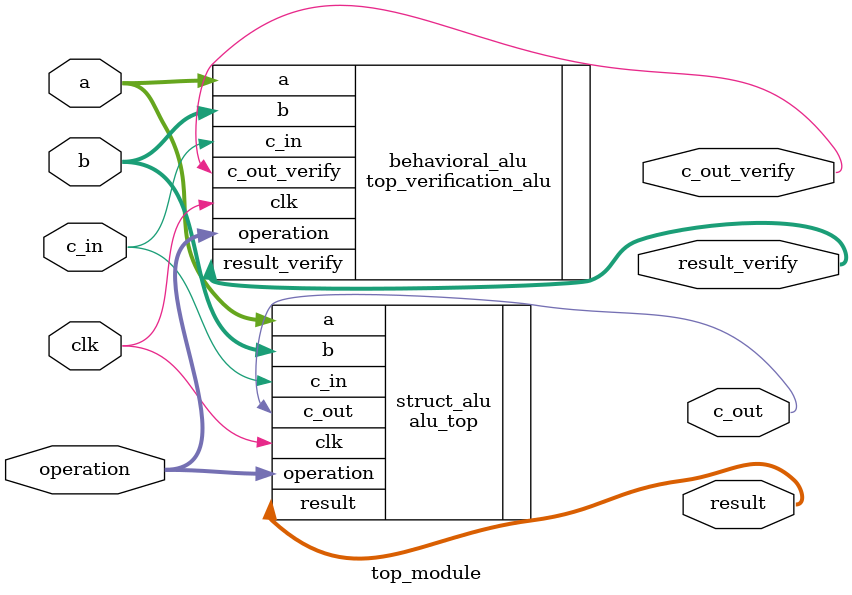
<source format=v>
`timescale 1ns / 1ns
module top_module(
	input clk,
	input [W-1:0] a, b,
	input c_in,
	input [2:0] operation,
	output [W-1:0] result, result_verify,
	output c_out, c_out_verify
);
parameter W = 32;

alu_top
#(.W(W))
struct_alu
(
	.clk(clk),
	.a(a),
	.b(b),
	.c_in(c_in),
	.operation(operation),
	.result(result),
	.c_out(c_out)
);

top_verification_alu
#(.W(W))
behavioral_alu
(
	.clk(clk),
	.c_in(c_in),
	.a(a),
	.b(b),
	.operation(operation),
	.result_verify(result_verify),
	.c_out_verify(c_out_verify)
);



endmodule

</source>
